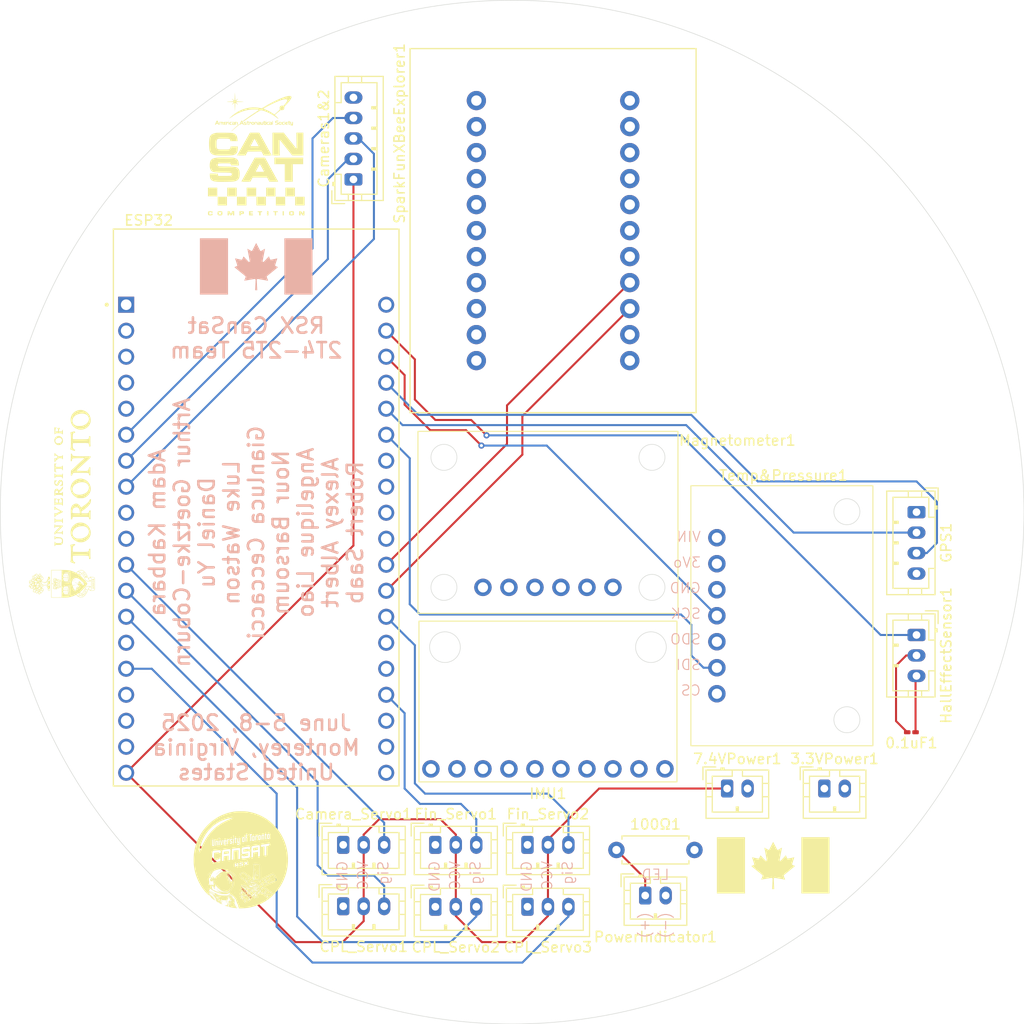
<source format=kicad_pcb>
(kicad_pcb (version 20240108) (generator "pcbnew") (generator_version "8.0")
  (layers (0 "F.Cu" mixed) (1 "In1.Cu" power "PWR") (2 "In2.Cu" power "GND") (31 "B.Cu" signal) (34 "B.Paste" user) (35 "F.Paste" user) (36 "B.SilkS" user "B.Silkscreen") (37 "F.SilkS" user "F.Silkscreen") (38 "B.Mask" user) (39 "F.Mask" user) (44 "Edge.Cuts" user))
  (net 0 "")
  (net 7 "Net-(Cameras1&2-Pin_2)")
  (net 8 "Net-(Cameras1&2-Pin_4)")
  (net 9 "Net-(Cameras1&2-Pin_3)")
  (net 10 "Net-(ESP32-RXD0)")
  (net 13 "Net-(ESP32-IO22)")
  (net 14 "Net-(ESP32-IO23)")
  (net 15 "Net-(ESP32-TXD0)")
  (net 17 "Net-(Camera_Servo1-Pin_3)")
  (net 18 "Net-(CPL_Servo1-Pin_3)")
  (net 20 "Net-(ESP32-IO21)")
  (net 21 "Net-(CPL_Servo2-Pin_3)")
  (net 24 "Net-(CPL_Servo3-Pin_3)")
  (net 26 "Net-(ESP32-IO4)")
  (net 27 "Net-(ESP32-IO15)")
  (net 32 "Net-(3.3VPower1-Pin_1)")
  (net 35 "GND")
  (net 47 "Net-(7.4VPower1-Pin_1)")
  (net 53 "Net-(PowerIndicator1-Pin_1)")
  (net 71 "Net-(ESP32-IO16)")
  (net 72 "Net-(ESP32-IO17)")
  (footprint "Graphics:cansat_logo" (layer "F.Cu") (at 125 65)
    (property "Reference" "G***")
    (property "Value" "LOGO" (hide yes))
  )
  (footprint "Connector_JST:JST_PH_B3B-PH-K_1x03_P2.00mm_Vertical" (layer "F.Cu") (at 133.5 138.5)
    (property "Reference" "CPL_Servo1" (at 2 3.95 0) (layer "F.SilkS"))
    (property "Value" "Conn_01x03_Pin")
    (pad "1" thru_hole roundrect (at 0 0) (size 1.2 1.75) (drill 0.75) (layers "*.Cu" "*.Mask") (roundrect_rratio 0.208333) (net 35 "GND"))
    (pad "2" thru_hole oval (at 2 0) (size 1.2 1.75) (drill 0.75) (layers "*.Cu" "*.Mask") (net 47 "Net-(7.4VPower1-Pin_1)"))
    (pad "3" thru_hole oval (at 4 0) (size 1.2 1.75) (drill 0.75) (layers "*.Cu" "*.Mask") (net 18 "Net-(CPL_Servo1-Pin_3)"))
  )
  (footprint "Custom_Footprints:GY-BNO08x_(BNO085)" (layer "F.Cu") (at 140.9 110.65)
    (property "Reference" "IMU1" (at 12.6 16.85 0) (layer "F.SilkS"))
    (property "Value" "GY-BNO08x_(BNO085)")
    (fp_circle (center 2.54 2.54) (end 4.04 2.54) (stroke (width 0.05)) (fill none) (layer "Edge.Cuts"))
    (fp_circle (center 22.66 2.54) (end 24.16 2.54) (stroke (width 0.05)) (fill none) (layer "Edge.Cuts"))
    (pad "1" thru_hole circle (at 1.17 14.43) (size 1.7 1.7) (drill 1) (layers "*.Cu" "*.Mask"))
    (pad "2" thru_hole circle (at 3.71 14.43) (size 1.7 1.7) (drill 1) (layers "*.Cu" "*.Mask") (net 35 "GND"))
    (pad "3" thru_hole circle (at 6.25 14.43) (size 1.7 1.7) (drill 1) (layers "*.Cu" "*.Mask"))
    (pad "4" thru_hole circle (at 8.79 14.43) (size 1.7 1.7) (drill 1) (layers "*.Cu" "*.Mask"))
    (pad "5" thru_hole circle (at 11.33 14.43) (size 1.7 1.7) (drill 1) (layers "*.Cu" "*.Mask"))
    (pad "6" thru_hole circle (at 13.87 14.43) (size 1.7 1.7) (drill 1) (layers "*.Cu" "*.Mask"))
    (pad "7" thru_hole circle (at 16.41 14.43) (size 1.7 1.7) (drill 1) (layers "*.Cu" "*.Mask"))
    (pad "8" thru_hole circle (at 18.95 14.43) (size 1.7 1.7) (drill 1) (layers "*.Cu" "*.Mask"))
    (pad "9" thru_hole circle (at 21.49 14.43) (size 1.7 1.7) (drill 1) (layers "*.Cu" "*.Mask"))
    (pad "10" thru_hole circle (at 24.03 14.43) (size 1.7 1.7) (drill 1) (layers "*.Cu" "*.Mask"))
  )
  (footprint "Graphics:canada_flag" (layer "F.Cu") (at 175.5 134.5)
    (property "Reference" "G***")
    (property "Value" "LOGO" (hide yes))
  )
  (footprint "WRL-11812:MODULE_WRL-11812" (layer "F.Cu") (at 154 72.5)
    (property "Reference" "SparkFunXBeeExplorer1" (at -15 -9.5 90) (layer "F.SilkS"))
    (property "Value" "WRL-11812")
    (pad "" np_thru_hole circle (at -10.16 -15.24) (size 3.302 3.302) (drill 3.302) (layers "*.Cu" "*.Mask"))
    (pad "" np_thru_hole circle (at -10.16 15.24) (size 3.302 3.302) (drill 3.302) (layers "*.Cu" "*.Mask"))
    (pad "" np_thru_hole circle (at 10.16 -15.24) (size 3.302 3.302) (drill 3.302) (layers "*.Cu" "*.Mask"))
    (pad "" np_thru_hole circle (at 10.16 15.24) (size 3.302 3.302) (drill 3.302) (layers "*.Cu" "*.Mask"))
    (pad "JP5_1" thru_hole circle (at 7.493 -12.7) (size 1.8796 1.8796) (drill 1.016) (layers "*.Cu" "*.Mask") (net 35 "GND"))
    (pad "JP5_2" thru_hole circle (at 7.493 -10.16) (size 1.8796 1.8796) (drill 1.016) (layers "*.Cu" "*.Mask"))
    (pad "JP5_3" thru_hole circle (at 7.493 -7.62) (size 1.8796 1.8796) (drill 1.016) (layers "*.Cu" "*.Mask"))
    (pad "JP5_4" thru_hole circle (at 7.493 -5.08) (size 1.8796 1.8796) (drill 1.016) (layers "*.Cu" "*.Mask"))
    (pad "JP5_5" thru_hole circle (at 7.493 -2.54) (size 1.8796 1.8796) (drill 1.016) (layers "*.Cu" "*.Mask"))
    (pad "JP5_6" thru_hole circle (at 7.493 0) (size 1.8796 1.8796) (drill 1.016) (layers "*.Cu" "*.Mask"))
    (pad "JP5_7" thru_hole circle (at 7.493 2.54) (size 1.8796 1.8796) (drill 1.016) (layers "*.Cu" "*.Mask"))
    (pad "JP5_8" thru_hole circle (at 7.493 5.08) (size 1.8796 1.8796) (drill 1.016) (layers "*.Cu" "*.Mask") (net 72 "Net-(ESP32-IO17)"))
    (pad "JP5_9" thru_hole circle (at 7.493 7.62) (size 1.8796 1.8796) (drill 1.016) (layers "*.Cu" "*.Mask") (net 71 "Net-(ESP32-IO16)"))
    (pad "JP5_10" thru_hole circle (at 7.493 10.16) (size 1.8796 1.8796) (drill 1.016) (layers "*.Cu" "*.Mask") (net 32 "Net-(3.3VPower1-Pin_1)"))
    (pad "JP5_11" thru_hole circle (at 7.493 12.7) (size 1.8796 1.8796) (drill 1.016) (layers "*.Cu" "*.Mask") (net 35 "GND"))
    (pad "JP6_1" thru_hole circle (at -7.493 12.7) (size 1.8796 1.8796) (drill 1.016) (layers "*.Cu" "*.Mask"))
    (pad "JP6_2" thru_hole circle (at -7.493 10.16) (size 1.8796 1.8796) (drill 1.016) (layers "*.Cu" "*.Mask"))
    (pad "JP6_3" thru_hole circle (at -7.493 7.62) (size 1.8796 1.8796) (drill 1.016) (layers "*.Cu" "*.Mask"))
    (pad "JP6_4" thru_hole circle (at -7.493 5.08) (size 1.8796 1.8796) (drill 1.016) (layers "*.Cu" "*.Mask"))
    (pad "JP6_5" thru_hole circle (at -7.493 2.54) (size 1.8796 1.8796) (drill 1.016) (layers "*.Cu" "*.Mask"))
    (pad "JP6_6" thru_hole circle (at -7.493 0) (size 1.8796 1.8796) (drill 1.016) (layers "*.Cu" "*.Mask"))
    (pad "JP6_7" thru_hole circle (at -7.493 -2.54) (size 1.8796 1.8796) (drill 1.016) (layers "*.Cu" "*.Mask"))
    (pad "JP6_8" thru_hole circle (at -7.493 -5.08) (size 1.8796 1.8796) (drill 1.016) (layers "*.Cu" "*.Mask"))
    (pad "JP6_9" thru_hole circle (at -7.493 -7.62) (size 1.8796 1.8796) (drill 1.016) (layers "*.Cu" "*.Mask"))
    (pad "JP6_10" thru_hole circle (at -7.493 -10.16) (size 1.8796 1.8796) (drill 1.016) (layers "*.Cu" "*.Mask"))
    (pad "JP6_11" thru_hole circle (at -7.493 -12.7) (size 1.8796 1.8796) (drill 1.016) (layers "*.Cu" "*.Mask"))
  )
  (footprint "Graphics:uoft_text_2" (layer "F.Cu") (at 107 97.5 90)
    (property "Reference" "G***")
    (property "Value" "LOGO" (hide yes))
  )
  (footprint "ESP32-DEVKITC-32D:MODULE_ESP32-DEVKITC-32D" (layer "F.Cu") (at 125 99.5)
    (property "Reference" "ESP32" (at -10.5 -28 180) (layer "F.SilkS") (effects (font (size 1.000386 1.000386))))
    (property "Value" "ESP32-DEVKITC-32D")
    (pad "J2-1" thru_hole rect (at -12.7 -19.76) (size 1.56 1.56) (drill 1.04) (layers "*.Cu" "*.Mask"))
    (pad "J2-2" thru_hole circle (at -12.7 -17.22) (size 1.56 1.56) (drill 1.04) (layers "*.Cu" "*.Mask"))
    (pad "J2-3" thru_hole circle (at -12.7 -14.68) (size 1.56 1.56) (drill 1.04) (layers "*.Cu" "*.Mask"))
    (pad "J2-4" thru_hole circle (at -12.7 -12.14) (size 1.56 1.56) (drill 1.04) (layers "*.Cu" "*.Mask"))
    (pad "J2-5" thru_hole circle (at -12.7 -9.6) (size 1.56 1.56) (drill 1.04) (layers "*.Cu" "*.Mask"))
    (pad "J2-6" thru_hole circle (at -12.7 -7.06) (size 1.56 1.56) (drill 1.04) (layers "*.Cu" "*.Mask") (net 8 "Net-(Cameras1&2-Pin_4)"))
    (pad "J2-7" thru_hole circle (at -12.7 -4.52) (size 1.56 1.56) (drill 1.04) (layers "*.Cu" "*.Mask") (net 7 "Net-(Cameras1&2-Pin_2)"))
    (pad "J2-8" thru_hole circle (at -12.7 -1.98) (size 1.56 1.56) (drill 1.04) (layers "*.Cu" "*.Mask") (net 9 "Net-(Cameras1&2-Pin_3)"))
    (pad "J2-9" thru_hole circle (at -12.7 0.56) (size 1.56 1.56) (drill 1.04) (layers "*.Cu" "*.Mask"))
    (pad "J2-10" thru_hole circle (at -12.7 3.1) (size 1.56 1.56) (drill 1.04) (layers "*.Cu" "*.Mask"))
    (pad "J2-11" thru_hole circle (at -12.7 5.64) (size 1.56 1.56) (drill 1.04) (layers "*.Cu" "*.Mask") (net 17 "Net-(Camera_Servo1-Pin_3)"))
    (pad "J2-12" thru_hole circle (at -12.7 8.18) (size 1.56 1.56) (drill 1.04) (layers "*.Cu" "*.Mask") (net 18 "Net-(CPL_Servo1-Pin_3)"))
    (pad "J2-13" thru_hole circle (at -12.7 10.72) (size 1.56 1.56) (drill 1.04) (layers "*.Cu" "*.Mask") (net 21 "Net-(CPL_Servo2-Pin_3)"))
    (pad "J2-14" thru_hole circle (at -12.7 13.26) (size 1.56 1.56) (drill 1.04) (layers "*.Cu" "*.Mask") (net 35 "GND"))
    (pad "J2-15" thru_hole circle (at -12.7 15.8) (size 1.56 1.56) (drill 1.04) (layers "*.Cu" "*.Mask") (net 24 "Net-(CPL_Servo3-Pin_3)"))
    (pad "J2-16" thru_hole circle (at -12.7 18.34) (size 1.56 1.56) (drill 1.04) (layers "*.Cu" "*.Mask"))
    (pad "J2-17" thru_hole circle (at -12.7 20.88) (size 1.56 1.56) (drill 1.04) (layers "*.Cu" "*.Mask"))
    (pad "J2-18" thru_hole circle (at -12.7 23.42) (size 1.56 1.56) (drill 1.04) (layers "*.Cu" "*.Mask"))
    (pad "J2-19" thru_hole circle (at -12.7 25.96) (size 1.56 1.56) (drill 1.04) (layers "*.Cu" "*.Mask") (net 47 "Net-(7.4VPower1-Pin_1)"))
    (pad "J3-1" thru_hole circle (at 12.7 -19.76) (size 1.56 1.56) (drill 1.04) (layers "*.Cu" "*.Mask") (net 35 "GND"))
    (pad "J3-2" thru_hole circle (at 12.7 -17.22) (size 1.56 1.56) (drill 1.04) (layers "*.Cu" "*.Mask") (net 14 "Net-(ESP32-IO23)"))
    (pad "J3-3" thru_hole circle (at 12.7 -14.68) (size 1.56 1.56) (drill 1.04) (layers "*.Cu" "*.Mask") (net 13 "Net-(ESP32-IO22)"))
    (pad "J3-4" thru_hole circle (at 12.7 -12.14) (size 1.56 1.56) (drill 1.04) (layers "*.Cu" "*.Mask") (net 15 "Net-(ESP32-TXD0)"))
    (pad "J3-5" thru_hole circle (at 12.7 -9.6) (size 1.56 1.56) (drill 1.04) (layers "*.Cu" "*.Mask") (net 10 "Net-(ESP32-RXD0)"))
    (pad "J3-6" thru_hole circle (at 12.7 -7.06) (size 1.56 1.56) (drill 1.04) (layers "*.Cu" "*.Mask") (net 20 "Net-(ESP32-IO21)"))
    (pad "J3-7" thru_hole circle (at 12.7 -4.52) (size 1.56 1.56) (drill 1.04) (layers "*.Cu" "*.Mask") (net 35 "GND"))
    (pad "J3-8" thru_hole circle (at 12.7 -1.98) (size 1.56 1.56) (drill 1.04) (layers "*.Cu" "*.Mask"))
    (pad "J3-9" thru_hole circle (at 12.7 0.56) (size 1.56 1.56) (drill 1.04) (layers "*.Cu" "*.Mask"))
    (pad "J3-10" thru_hole circle (at 12.7 3.1) (size 1.56 1.56) (drill 1.04) (layers "*.Cu" "*.Mask"))
    (pad "J3-11" thru_hole circle (at 12.7 5.64) (size 1.56 1.56) (drill 1.04) (layers "*.Cu" "*.Mask") (net 72 "Net-(ESP32-IO17)"))
    (pad "J3-12" thru_hole circle (at 12.7 8.18) (size 1.56 1.56) (drill 1.04) (layers "*.Cu" "*.Mask") (net 71 "Net-(ESP32-IO16)"))
    (pad "J3-13" thru_hole circle (at 12.7 10.72) (size 1.56 1.56) (drill 1.04) (layers "*.Cu" "*.Mask") (net 26 "Net-(ESP32-IO4)"))
    (pad "J3-14" thru_hole circle (at 12.7 13.26) (size 1.56 1.56) (drill 1.04) (layers "*.Cu" "*.Mask"))
    (pad "J3-15" thru_hole circle (at 12.7 15.8) (size 1.56 1.56) (drill 1.04) (layers "*.Cu" "*.Mask"))
    (pad "J3-16" thru_hole circle (at 12.7 18.34) (size 1.56 1.56) (drill 1.04) (layers "*.Cu" "*.Mask") (net 27 "Net-(ESP32-IO15)"))
    (pad "J3-17" thru_hole circle (at 12.7 20.88) (size 1.56 1.56) (drill 1.04) (layers "*.Cu" "*.Mask"))
    (pad "J3-18" thru_hole circle (at 12.7 23.42) (size 1.56 1.56) (drill 1.04) (layers "*.Cu" "*.Mask"))
    (pad "J3-19" thru_hole circle (at 12.7 25.96) (size 1.56 1.56) (drill 1.04) (layers "*.Cu" "*.Mask"))
  )
  (footprint "Custom_Footprints:Adafruit_BME280_STEMMA_QT" (layer "F.Cu") (at 167.46 97.42)
    (property "Reference" "Temp&Pressure1" (at 9.04 -1 0) (layer "F.SilkS"))
    (property "Value" "Adafruit_BME280_STEMMA_QT")
    (fp_circle (center 15.24 2.54) (end 16.51 2.54) (stroke (width 0.05)) (fill none) (layer "Edge.Cuts"))
    (fp_circle (center 15.24 22.86) (end 16.51 22.86) (stroke (width 0.05)) (fill none) (layer "Edge.Cuts"))
    (pad "1" thru_hole circle (at 2.54 5.08) (size 1.7 1.7) (drill 1) (layers "*.Cu" "*.Mask") (net 32 "Net-(3.3VPower1-Pin_1)"))
    (pad "2" thru_hole circle (at 2.54 7.62) (size 1.7 1.7) (drill 1) (layers "*.Cu" "*.Mask"))
    (pad "3" thru_hole circle (at 2.54 10.16) (size 1.7 1.7) (drill 1) (layers "*.Cu" "*.Mask") (net 35 "GND"))
    (pad "4" thru_hole circle (at 2.54 12.7) (size 1.7 1.7) (drill 1) (layers "*.Cu" "*.Mask") (net 13 "Net-(ESP32-IO22)"))
    (pad "5" thru_hole circle (at 2.54 15.24) (size 1.7 1.7) (drill 1) (layers "*.Cu" "*.Mask"))
    (pad "6" thru_hole circle (at 2.54 17.78) (size 1.7 1.7) (drill 1) (layers "*.Cu" "*.Mask") (net 20 "Net-(ESP32-IO21)"))
    (pad "7" thru_hole circle (at 2.54 20.32) (size 1.7 1.7) (drill 1) (layers "*.Cu" "*.Mask"))
  )
  (footprint "Connector_JST:JST_PH_B3B-PH-K_1x03_P2.00mm_Vertical" (layer "F.Cu") (at 133.5 132.5)
    (property "Reference" "Camera_Servo1" (at 1 -3 0) (layer "F.SilkS"))
    (property "Value" "Conn_01x03_Pin")
    (pad "1" thru_hole roundrect (at 0 0) (size 1.2 1.75) (drill 0.75) (layers "*.Cu" "*.Mask") (roundrect_rratio 0.208333) (net 35 "GND"))
    (pad "2" thru_hole oval (at 2 0) (size 1.2 1.75) (drill 0.75) (layers "*.Cu" "*.Mask") (net 47 "Net-(7.4VPower1-Pin_1)"))
    (pad "3" thru_hole oval (at 4 0) (size 1.2 1.75) (drill 0.75) (layers "*.Cu" "*.Mask") (net 17 "Net-(Camera_Servo1-Pin_3)"))
  )
  (footprint "Capacitor_SMD:C_0201_0603Metric_Pad0.64x0.40mm_HandSolder" (layer "F.Cu") (at 189 121.5 180)
    (property "Reference" "0.1uF1" (at 0 -1.05 0) (layer "F.SilkS"))
    (property "Value" "C")
    (pad "1" smd roundrect (at -0.4075 0 180) (size 0.635 0.4) (layers "F.Cu" "F.Mask") (net 32 "Net-(3.3VPower1-Pin_1)"))
    (pad "2" smd roundrect (at 0.4075 0 180) (size 0.635 0.4) (layers "F.Cu" "F.Mask") (net 35 "GND"))
  )
  (footprint "Connector_JST:JST_PH_B4B-PH-K_1x04_P2.00mm_Vertical" (layer "F.Cu") (at 189.5 100 -90)
    (property "Reference" "GPS1" (at 3 -2.9 90) (layer "F.SilkS"))
    (property "Value" "Conn_01x04_Pin")
    (pad "1" thru_hole roundrect (at 0 0 270) (size 1.2 1.75) (drill 0.75) (layers "*.Cu" "*.Mask") (roundrect_rratio 0.208333) (net 35 "GND"))
    (pad "2" thru_hole oval (at 2 0 270) (size 1.2 1.75) (drill 0.75) (layers "*.Cu" "*.Mask") (net 10 "Net-(ESP32-RXD0)"))
    (pad "3" thru_hole oval (at 4 0 270) (size 1.2 1.75) (drill 0.75) (layers "*.Cu" "*.Mask") (net 15 "Net-(ESP32-TXD0)"))
    (pad "4" thru_hole oval (at 6 0 270) (size 1.2 1.75) (drill 0.75) (layers "*.Cu" "*.Mask") (net 32 "Net-(3.3VPower1-Pin_1)"))
  )
  (footprint "Connector_JST:JST_PH_B3B-PH-K_1x03_P2.00mm_Vertical" (layer "F.Cu") (at 151.5 138.55)
    (property "Reference" "CPL_Servo3" (at 2 3.95 0) (layer "F.SilkS"))
    (property "Value" "Conn_01x03_Pin")
    (pad "1" thru_hole roundrect (at 0 0) (size 1.2 1.75) (drill 0.75) (layers "*.Cu" "*.Mask") (roundrect_rratio 0.208333) (net 35 "GND"))
    (pad "2" thru_hole oval (at 2 0) (size 1.2 1.75) (drill 0.75) (layers "*.Cu" "*.Mask") (net 47 "Net-(7.4VPower1-Pin_1)"))
    (pad "3" thru_hole oval (at 4 0) (size 1.2 1.75) (drill 0.75) (layers "*.Cu" "*.Mask") (net 24 "Net-(CPL_Servo3-Pin_3)"))
  )
  (footprint "Connector_JST:JST_PH_B2B-PH-K_1x02_P2.00mm_Vertical" (layer "F.Cu") (at 171 127)
    (property "Reference" "7.4VPower1" (at 1 -2.9 0) (layer "F.SilkS"))
    (property "Value" "Conn_01x02_Pin")
    (pad "1" thru_hole roundrect (at 0 0) (size 1.2 1.75) (drill 0.75) (layers "*.Cu" "*.Mask") (roundrect_rratio 0.208333) (net 47 "Net-(7.4VPower1-Pin_1)"))
    (pad "2" thru_hole oval (at 2 0) (size 1.2 1.75) (drill 0.75) (layers "*.Cu" "*.Mask") (net 35 "GND"))
  )
  (footprint "Connector_JST:JST_PH_B2B-PH-K_1x02_P2.00mm_Vertical" (layer "F.Cu") (at 180.5 127)
    (property "Reference" "3.3VPower1" (at 1 -2.9 0) (layer "F.SilkS"))
    (property "Value" "Conn_01x02_Pin")
    (pad "1" thru_hole roundrect (at 0 0) (size 1.2 1.75) (drill 0.75) (layers "*.Cu" "*.Mask") (roundrect_rratio 0.208333) (net 32 "Net-(3.3VPower1-Pin_1)"))
    (pad "2" thru_hole oval (at 2 0) (size 1.2 1.75) (drill 0.75) (layers "*.Cu" "*.Mask") (net 35 "GND"))
  )
  (footprint "Connector_JST:JST_PH_B5B-PH-K_1x05_P2.00mm_Vertical" (layer "F.Cu") (at 134.5 67.5 90)
    (property "Reference" "Cameras1&2" (at 4 -2.9 90) (layer "F.SilkS"))
    (property "Value" "Conn_01x05_Pin")
    (pad "1" thru_hole roundrect (at 0 0 90) (size 1.2 1.75) (drill 0.75) (layers "*.Cu" "*.Mask") (roundrect_rratio 0.208333) (net 47 "Net-(7.4VPower1-Pin_1)"))
    (pad "2" thru_hole oval (at 2 0 90) (size 1.2 1.75) (drill 0.75) (layers "*.Cu" "*.Mask") (net 7 "Net-(Cameras1&2-Pin_2)"))
    (pad "3" thru_hole oval (at 4 0 90) (size 1.2 1.75) (drill 0.75) (layers "*.Cu" "*.Mask") (net 9 "Net-(Cameras1&2-Pin_3)"))
    (pad "4" thru_hole oval (at 6 0 90) (size 1.2 1.75) (drill 0.75) (layers "*.Cu" "*.Mask") (net 8 "Net-(Cameras1&2-Pin_4)"))
    (pad "5" thru_hole oval (at 8 0 90) (size 1.2 1.75) (drill 0.75) (layers "*.Cu" "*.Mask") (net 35 "GND"))
  )
  (footprint "Custom_Footprints:Adafruit_LIS3MDL" (layer "F.Cu") (at 140.8 92.11)
    (property "Reference" "Magnetometer1" (at 31.2 0.89 0) (layer "F.SilkS"))
    (property "Value" "Adafruit_LIS3MDL")
    (fp_circle (center 2.54 2.54) (end 3.81 2.54) (stroke (width 0.05)) (fill none) (layer "Edge.Cuts"))
    (fp_circle (center 2.54 15.24) (end 3.81 15.24) (stroke (width 0.05)) (fill none) (layer "Edge.Cuts"))
    (fp_circle (center 22.86 2.54) (end 24.13 2.54) (stroke (width 0.05)) (fill none) (layer "Edge.Cuts"))
    (fp_circle (center 22.86 15.24) (end 24.13 15.24) (stroke (width 0.05)) (fill none) (layer "Edge.Cuts"))
    (pad "1" thru_hole circle (at 6.35 15.24) (size 1.7 1.7) (drill 1) (layers "*.Cu" "*.Mask"))
    (pad "2" thru_hole circle (at 8.89 15.24) (size 1.7 1.7) (drill 1) (layers "*.Cu" "*.Mask"))
    (pad "3" thru_hole circle (at 11.43 15.24) (size 1.7 1.7) (drill 1) (layers "*.Cu" "*.Mask") (net 35 "GND"))
    (pad "4" thru_hole circle (at 13.97 15.24) (size 1.7 1.7) (drill 1) (layers "*.Cu" "*.Mask"))
    (pad "5" thru_hole circle (at 16.51 15.24) (size 1.7 1.7) (drill 1) (layers "*.Cu" "*.Mask"))
    (pad "6" thru_hole circle (at 19.05 15.24) (size 1.7 1.7) (drill 1) (layers "*.Cu" "*.Mask"))
  )
  (footprint "Connector_JST:JST_PH_B3B-PH-K_1x03_P2.00mm_Vertical" (layer "F.Cu") (at 142.5 138.55)
    (property "Reference" "CPL_Servo2" (at 2 3.95 0) (layer "F.SilkS"))
    (property "Value" "Conn_01x03_Pin")
    (pad "1" thru_hole roundrect (at 0 0) (size 1.2 1.75) (drill 0.75) (layers "*.Cu" "*.Mask") (roundrect_rratio 0.208333) (net 35 "GND"))
    (pad "2" thru_hole oval (at 2 0) (size 1.2 1.75) (drill 0.75) (layers "*.Cu" "*.Mask") (net 47 "Net-(7.4VPower1-Pin_1)"))
    (pad "3" thru_hole oval (at 4 0) (size 1.2 1.75) (drill 0.75) (layers "*.Cu" "*.Mask") (net 21 "Net-(CPL_Servo2-Pin_3)"))
  )
  (footprint "Resistor_THT:R_Axial_DIN0207_L6.3mm_D2.5mm_P7.62mm_Horizontal" (layer "F.Cu") (at 167.81 133 180)
    (property "Reference" "100Ω1" (at 3.81 2.5 360) (layer "F.SilkS"))
    (property "Value" "R")
    (pad "1" thru_hole circle (at 0 0 180) (size 1.6 1.6) (drill 0.8) (layers "*.Cu" "*.Mask") (net 32 "Net-(3.3VPower1-Pin_1)"))
    (pad "2" thru_hole oval (at 7.62 0 180) (size 1.6 1.6) (drill 0.8) (layers "*.Cu" "*.Mask") (net 53 "Net-(PowerIndicator1-Pin_1)"))
  )
  (footprint "Connector_JST:JST_PH_B3B-PH-K_1x03_P2.00mm_Vertical" (layer "F.Cu") (at 189.5 112 -90)
    (property "Reference" "HallEffectSensor1" (at 2 -2.9 90) (layer "F.SilkS"))
    (property "Value" "Conn_01x03_Pin")
    (pad "1" thru_hole roundrect (at 0 0 270) (size 1.2 1.75) (drill 0.75) (layers "*.Cu" "*.Mask") (roundrect_rratio 0.208333) (net 14 "Net-(ESP32-IO23)"))
    (pad "2" thru_hole oval (at 2 0 270) (size 1.2 1.75) (drill 0.75) (layers "*.Cu" "*.Mask") (net 35 "GND"))
    (pad "3" thru_hole oval (at 4 0 270) (size 1.2 1.75) (drill 0.75) (layers "*.Cu" "*.Mask") (net 32 "Net-(3.3VPower1-Pin_1)"))
  )
  (footprint "Connector_JST:JST_PH_B3B-PH-K_1x03_P2.00mm_Vertical" (layer "F.Cu") (at 142.5 132.5)
    (property "Reference" "Fin_Servo1" (at 2 -3 0) (layer "F.SilkS"))
    (property "Value" "Conn_01x03_Pin")
    (pad "1" thru_hole roundrect (at 0 0) (size 1.2 1.75) (drill 0.75) (layers "*.Cu" "*.Mask") (roundrect_rratio 0.208333) (net 35 "GND"))
    (pad "2" thru_hole oval (at 2 0) (size 1.2 1.75) (drill 0.75) (layers "*.Cu" "*.Mask") (net 47 "Net-(7.4VPower1-Pin_1)"))
    (pad "3" thru_hole oval (at 4 0) (size 1.2 1.75) (drill 0.75) (layers "*.Cu" "*.Mask") (net 27 "Net-(ESP32-IO15)"))
  )
  (footprint "Connector_JST:JST_PH_B2B-PH-K_1x02_P2.00mm_Vertical" (layer "F.Cu") (at 163 137.45)
    (property "Reference" "PowerIndicator1" (at 1 4.05 0) (layer "F.SilkS"))
    (property "Value" "Conn_01x02_Pin")
    (pad "1" thru_hole roundrect (at 0 0) (size 1.2 1.75) (drill 0.75) (layers "*.Cu" "*.Mask") (roundrect_rratio 0.208333) (net 53 "Net-(PowerIndicator1-Pin_1)"))
    (pad "2" thru_hole oval (at 2 0) (size 1.2 1.75) (drill 0.75) (layers "*.Cu" "*.Mask") (net 35 "GND"))
  )
  (footprint "Graphics:uoft_coat_of_arms_2" (layer "F.Cu") (at 106 107 90)
    (property "Reference" "G***")
    (property "Value" "LOGO" (hide yes))
  )
  (footprint "Connector_JST:JST_PH_B3B-PH-K_1x03_P2.00mm_Vertical" (layer "F.Cu") (at 151.5 132.5)
    (property "Reference" "Fin_Servo2" (at 2 -3 0) (layer "F.SilkS"))
    (property "Value" "Conn_01x03_Pin")
    (pad "1" thru_hole roundrect (at 0 0) (size 1.2 1.75) (drill 0.75) (layers "*.Cu" "*.Mask") (roundrect_rratio 0.208333) (net 35 "GND"))
    (pad "2" thru_hole oval (at 2 0) (size 1.2 1.75) (drill 0.75) (layers "*.Cu" "*.Mask") (net 47 "Net-(7.4VPower1-Pin_1)"))
    (pad "3" thru_hole oval (at 4 0) (size 1.2 1.75) (drill 0.75) (layers "*.Cu" "*.Mask") (net 26 "Net-(ESP32-IO4)"))
  )
  (footprint "Graphics:rsx_logo" (layer "F.Cu") (at 123.5 134)
    (property "Reference" "G***")
    (property "Value" "LOGO" (hide yes))
  )
  (footprint "Graphics:canada_flag" (layer "B.Cu") (at 125 76 180)
    (property "Reference" "G***")
    (property "Value" "LOGO" (hide yes))
  )
  (gr_circle (center 150 100) (end 200 100) (stroke (width 0.05)) (fill none) (layer "Edge.Cuts"))
  (gr_text "GND" (at 168.5 108 -0) (layer "B.SilkS") (effects (font (size 1 1) (thickness 0.1)) (justify left bottom mirror)))
  (gr_text "CS" (at 168.5 118 -0) (layer "B.SilkS") (effects (font (size 1 1) (thickness 0.1)) (justify left bottom mirror)))
  (gr_text "RSX CanSat\n2T4-2T5 Team" (at 125 83 0) (layer "B.SilkS") (effects (font (size 1.5 1.5) (thickness 0.25) (bold yes)) (justify mirror)))
  (gr_text "GND" (at 143 134 90) (layer "B.SilkS") (effects (font (size 1 1) (thickness 0.1)) (justify left bottom mirror)))
  (gr_text "VIN" (at 168.5 103 0) (layer "B.SilkS") (effects (font (size 1 1) (thickness 0.1)) (justify left bottom mirror)))
  (gr_text "GND" (at 152 134 90) (layer "B.SilkS") (effects (font (size 1 1) (thickness 0.1)) (justify left bottom mirror)))
  (gr_text "LED" (at 164 136 0) (layer "B.SilkS") (effects (font (size 1 1) (thickness 0.1)) (justify bottom mirror)))
  (gr_text "(-)" (at 165.5 139 90) (layer "B.SilkS") (effects (font (size 1 1) (thickness 0.1)) (justify left bottom mirror)))
  (gr_text "SDO" (at 168.5 113 -0) (layer "B.SilkS") (effects (font (size 1 1) (thickness 0.1)) (justify left bottom mirror)))
  (gr_text "Sig" (at 147 134 90) (layer "B.SilkS") (effects (font (size 1 1) (thickness 0.1)) (justify left bottom mirror)))
  (gr_text "Adam Kabbara\nArthur Goetzke-Coburn\nDaniel Yu\nLuke Watson\nGianluca Ceccacci\nNour Barsoum\nAngelique Liao\nAlexey Albert\nRobert Saab" (at 125 102 90) (layer "B.SilkS") (effects (font (size 1.5 1.5) (thickness 0.25) (bold yes)) (justify mirror)))
  (gr_text "GND" (at 134 134 90) (layer "B.SilkS") (effects (font (size 1 1) (thickness 0.1)) (justify left bottom mirror)))
  (gr_text "June 5-8, 2025\nMonterey, Virginia\nUnited States" (at 125 123 0) (layer "B.SilkS") (effects (font (size 1.5 1.5) (thickness 0.25) (bold yes)) (justify mirror)))
  (gr_text "3Vo" (at 168.5 105.5 -0) (layer "B.SilkS") (effects (font (size 1 1) (thickness 0.1)) (justify left bottom mirror)))
  (gr_text "Sig" (at 138 134 90) (layer "B.SilkS") (effects (font (size 1 1) (thickness 0.1)) (justify left bottom mirror)))
  (gr_text "VCC" (at 154 134 90) (layer "B.SilkS") (effects (font (size 1 1) (thickness 0.1)) (justify left bottom mirror)))
  (gr_text "SCK" (at 168.5 110.5 -0) (layer "B.SilkS") (effects (font (size 1 1) (thickness 0.1)) (justify left bottom mirror)))
  (gr_text "VCC" (at 136 134 90) (layer "B.SilkS") (effects (font (size 1 1) (thickness 0.1)) (justify left bottom mirror)))
  (gr_text "SDI" (at 168.5 115.5 -0) (layer "B.SilkS") (effects (font (size 1 1) (thickness 0.1)) (justify left bottom mirror)))
  (gr_text "VCC" (at 145 134 90) (layer "B.SilkS") (effects (font (size 1 1) (thickness 0.1)) (justify left bottom mirror)))
  (gr_text "(+)" (at 163.5 139 90) (layer "B.SilkS") (effects (font (size 1 1) (thickness 0.1)) (justify left bottom mirror)))
  (gr_text "Sig" (at 156 134 90) (layer "B.SilkS") (effects (font (size 1 1) (thickness 0.1)) (justify left bottom mirror)))
  (segment (start 112.3 94.98) (end 132 75.28) (width 0.2) (layer "B.Cu") (net 7))
  (segment (start 132 67.5) (end 134 65.5) (width 0.2) (layer "B.Cu") (net 7))
  (segment (start 134 65.5) (end 134.5 65.5) (width 0.2) (layer "B.Cu") (net 7))
  (segment (start 132 75.28) (end 132 67.5) (width 0.2) (layer "B.Cu") (net 7))
  (segment (start 132.5 61.5) (end 134.5 61.5) (width 0.2) (layer "B.Cu") (net 8))
  (segment (start 130.5 74.24) (end 130.5 63.5) (width 0.2) (layer "B.Cu") (net 8))
  (segment (start 130.5 63.5) (end 132.5 61.5) (width 0.2) (layer "B.Cu") (net 8))
  (segment (start 112.3 92.44) (end 130.5 74.24) (width 0.2) (layer "B.Cu") (net 8))
  (segment (start 135 63.5) (end 136.5 65) (width 0.2) (layer "B.Cu") (net 9))
  (segment (start 136.5 65) (end 136.5 73.32) (width 0.2) (layer "B.Cu") (net 9))
  (segment (start 136.5 73.32) (end 112.3 97.52) (width 0.2) (layer "B.Cu") (net 9))
  (segment (start 134.5 63.5) (end 135 63.5) (width 0.2) (layer "B.Cu") (net 9))
  (segment (start 189.5 102) (end 177.5 102) (width 0.2) (layer "B.Cu") (net 10))
  (segment (start 167 91.5) (end 139.3 91.5) (width 0.2) (layer "B.Cu") (net 10))
  (segment (start 190.05 102) (end 189.55 102) (width 0.2) (layer "B.Cu") (net 10))
  (segment (start 177.5 102) (end 167 91.5) (width 0.2) (layer "B.Cu") (net 10))
  (segment (start 139.3 91.5) (end 137.7 89.9) (width 0.2) (layer "B.Cu") (net 10))
  (segment (start 142 92) (end 139.5 89.5) (width 0.2) (layer "F.Cu") (net 13))
  (segment (start 139.5 89.5) (end 139.5 86.62) (width 0.2) (layer "F.Cu") (net 13))
  (segment (start 147 93.5) (end 145.5 92) (width 0.2) (layer "F.Cu") (net 13))
  (segment (start 145.5 92) (end 142 92) (width 0.2) (layer "F.Cu") (net 13))
  (segment (start 139.5 86.62) (end 137.7 84.82) (width 0.2) (layer "F.Cu") (net 13))
  (via (at 147 93.5) (size 0.6) (drill 0.3) (layers "F.Cu" "B.Cu") (net 13))
  (segment (start 147 93.5) (end 153 93.5) (width 0.2) (layer "B.Cu") (net 13))
  (segment (start 170 110.12) (end 153.38 93.5) (width 0.2) (layer "B.Cu") (net 13))
  (segment (start 153.38 93.5) (end 153 93.5) (width 0.2) (layer "B.Cu") (net 13))
  (segment (start 147.5 92.5) (end 146 91) (width 0.2) (layer "F.Cu") (net 14))
  (segment (start 140.5 89) (end 140.5 85.08) (width 0.2) (layer "F.Cu") (net 14))
  (segment (start 146 91) (end 142.5 91) (width 0.2) (layer "F.Cu") (net 14))
  (segment (start 142.5 91) (end 140.5 89) (width 0.2) (layer "F.Cu") (net 14))
  (segment (start 140.5 85.08) (end 137.7 82.28) (width 0.2) (layer "F.Cu") (net 14))
  (via (at 147.5 92.5) (size 0.6) (drill 0.3) (layers "F.Cu" "B.Cu") (net 14))
  (segment (start 166.5 92.5) (end 186 112) (width 0.2) (layer "B.Cu") (net 14))
  (segment (start 186 112) (end 189.5 112) (width 0.2) (layer "B.Cu") (net 14))
  (segment (start 147.5 92.5) (end 166.5 92.5) (width 0.2) (layer "B.Cu") (net 14))
  (segment (start 191.5 99) (end 189.5 97) (width 0.2) (layer "B.Cu") (net 15))
  (segment (start 174 97) (end 167.5 90.5) (width 0.2) (layer "B.Cu") (net 15))
  (segment (start 189.5 104) (end 190.5 104) (width 0.2) (layer "B.Cu") (net 15))
  (segment (start 189.5 97) (end 174 97) (width 0.2) (layer "B.Cu") (net 15))
  (segment (start 190.5 104) (end 191.5 103) (width 0.2) (layer "B.Cu") (net 15))
  (segment (start 191.5 103) (end 191.5 99) (width 0.2) (layer "B.Cu") (net 15))
  (segment (start 140.84 90.5) (end 137.7 87.36) (width 0.2) (layer "B.Cu") (net 15))
  (segment (start 167.5 90.5) (end 140.84 90.5) (width 0.2) (layer "B.Cu") (net 15))
  (segment (start 137.5 130.34) (end 112.3 105.14) (width 0.2) (layer "B.Cu") (net 17))
  (segment (start 137.5 132.5) (end 137.5 130.34) (width 0.2) (layer "B.Cu") (net 17))
  (segment (start 131 126.38) (end 112.3 107.68) (width 0.2) (layer "B.Cu") (net 18))
  (segment (start 132 135.5) (end 131 134.5) (width 0.2) (layer "B.Cu") (net 18))
  (segment (start 131 134.5) (end 131 126.38) (width 0.2) (layer "B.Cu") (net 18))
  (segment (start 137.5 136.5) (end 136.5 135.5) (width 0.2) (layer "B.Cu") (net 18))
  (segment (start 137.5 138.5) (end 137.5 136.5) (width 0.2) (layer "B.Cu") (net 18))
  (segment (start 136.5 135.5) (end 132 135.5) (width 0.2) (layer "B.Cu") (net 18))
  (segment (start 140 94.74) (end 140 109) (width 0.2) (layer "B.Cu") (net 20))
  (segment (start 168.7 115.2) (end 170 115.2) (width 0.2) (layer "B.Cu") (net 20))
  (segment (start 167.5 114) (end 168.7 115.2) (width 0.2) (layer "B.Cu") (net 20))
  (segment (start 166.5 110) (end 167.5 111) (width 0.2) (layer "B.Cu") (net 20))
  (segment (start 141 110) (end 166.5 110) (width 0.2) (layer "B.Cu") (net 20))
  (segment (start 137.7 92.44) (end 140 94.74) (width 0.2) (layer "B.Cu") (net 20))
  (segment (start 167.5 111) (end 167.5 114) (width 0.2) (layer "B.Cu") (net 20))
  (segment (start 140 109) (end 141 110) (width 0.2) (layer "B.Cu") (net 20))
  (segment (start 129 139.5) (end 129 126.92) (width 0.2) (layer "B.Cu") (net 21))
  (segment (start 146.5 139.5) (end 144 142) (width 0.2) (layer "B.Cu") (net 21))
  (segment (start 131.5 142) (end 129 139.5) (width 0.2) (layer "B.Cu") (net 21))
  (segment (start 129 126.92) (end 112.3 110.22) (width 0.2) (layer "B.Cu") (net 21))
  (segment (start 146.5 138.55) (end 146.5 139.5) (width 0.2) (layer "B.Cu") (net 21))
  (segment (start 144 142) (end 131.5 142) (width 0.2) (layer "B.Cu") (net 21))
  (segment (start 155.5 139.5) (end 151 144) (width 0.2) (layer "B.Cu") (net 24))
  (segment (start 127 127.5) (end 114.8 115.3) (width 0.2) (layer "B.Cu") (net 24))
  (segment (start 151 144) (end 130.5 144) (width 0.2) (layer "B.Cu") (net 24))
  (segment (start 155.5 138.55) (end 155.5 139.5) (width 0.2) (layer "B.Cu") (net 24))
  (segment (start 114.8 115.3) (end 112.3 115.3) (width 0.2) (layer "B.Cu") (net 24))
  (segment (start 127 140.5) (end 127 127.5) (width 0.2) (layer "B.Cu") (net 24))
  (segment (start 130.5 144) (end 127 140.5) (width 0.2) (layer "B.Cu") (net 24))
  (segment (start 155.5 132.5) (end 155.5 129.5) (width 0.2) (layer "B.Cu") (net 26))
  (segment (start 139.98 112.5) (end 137.7 110.22) (width 0.2) (layer "B.Cu") (net 26))
  (segment (start 141.5 127.5) (end 140.5 126.5) (width 0.2) (layer "B.Cu") (net 26))
  (segment (start 140.5 113) (end 140 112.5) (width 0.2) (layer "B.Cu") (net 26))
  (segment (start 140.5 126.5) (end 140.5 113) (width 0.2) (layer "B.Cu") (net 26))
  (segment (start 153.5 127.5) (end 141.5 127.5) (width 0.2) (layer "B.Cu") (net 26))
  (segment (start 140 112.5) (end 139.98 112.5) (width 0.2) (layer "B.Cu") (net 26))
  (segment (start 155.5 129.5) (end 153.5 127.5) (width 0.2) (layer "B.Cu") (net 26))
  (segment (start 146.5 132.5) (end 146.5 130) (width 0.2) (layer "B.Cu") (net 27))
  (segment (start 141 128.5) (end 139.5 127) (width 0.2) (layer "B.Cu") (net 27))
  (segment (start 145 128.5) (end 141 128.5) (width 0.2) (layer "B.Cu") (net 27))
  (segment (start 139.5 119.64) (end 137.7 117.84) (width 0.2) (layer "B.Cu") (net 27))
  (segment (start 139.5 127) (end 139.5 119.64) (width 0.2) (layer "B.Cu") (net 27))
  (segment (start 146.5 130) (end 145 128.5) (width 0.2) (layer "B.Cu") (net 27))
  (segment (start 189.4075 121.5) (end 189.4075 116.0925) (width 0.2) (layer "F.Cu") (net 32))
  (segment (start 189.4075 116.0925) (end 189.5 116) (width 0.2) (layer "F.Cu") (net 32))
  (segment (start 187.5 115) (end 188.5 114) (width 0.2) (layer "F.Cu") (net 35))
  (segment (start 188.5925 121.5) (end 187.5 120.4075) (width 0.2) (layer "F.Cu") (net 35))
  (segment (start 188.5 114) (end 189.5 114) (width 0.2) (layer "F.Cu") (net 35))
  (segment (start 187.5 120.4075) (end 187.5 115) (width 0.2) (layer "F.Cu") (net 35))
  (segment (start 133.45 142) (end 128.84 142) (width 0.2) (layer "F.Cu") (net 47))
  (segment (start 135.5 131.5) (end 135.5 132.5) (width 0.2) (layer "F.Cu") (net 47))
  (segment (start 153.5 138.5) (end 153.5 139.45) (width 0.2) (layer "F.Cu") (net 47))
  (segment (start 133.5 141.95) (end 133.45 142) (width 0.2) (layer "F.Cu") (net 47))
  (segment (start 137 130) (end 135.5 131.5) (width 0.2) (layer "F.Cu") (net 47))
  (segment (start 153.5 139.45) (end 150.95 142) (width 0.2) (layer "F.Cu") (net 47))
  (segment (start 134.5 103.26) (end 134.5 67.5) (width 0.2) (layer "F.Cu") (net 47))
  (segment (start 135.5 132.5) (end 135.5 138.5) (width 0.2) (layer "F.Cu") (net 47))
  (segment (start 158.5 127) (end 171 127) (width 0.2) (layer "F.Cu") (net 47))
  (segment (start 144.5 131.5) (end 143 130) (width 0.2) (layer "F.Cu") (net 47))
  (segment (start 144.5 132.55) (end 144.5 138.5) (width 0.2) (layer "F.Cu") (net 47))
  (segment (start 153.5 132.55) (end 153.5 138.5) (width 0.2) (layer "F.Cu") (net 47))
  (segment (start 112.3 125.46) (end 134.5 103.26) (width 0.2) (layer "F.Cu") (net 47))
  (segment (start 150.95 142) (end 147.05 142) (width 0.2) (layer "F.Cu") (net 47))
  (segment (start 158.5 127) (end 153.5 132) (width 0.2) (layer "F.Cu") (net 47))
  (segment (start 144.5 139.45) (end 144.5 138.5) (width 0.2) (layer "F.Cu") (net 47))
  (segment (start 135.5 138.5) (end 135.5 139.95) (width 0.2) (layer "F.Cu") (net 47))
  (segment (start 128.84 142) (end 112.3 125.46) (width 0.2) (layer "F.Cu") (net 47))
  (segment (start 147.05 142) (end 147 141.95) (width 0.2) (layer "F.Cu") (net 47))
  (segment (start 147 141.95) (end 144.5 139.45) (width 0.2) (layer "F.Cu") (net 47))
  (segment (start 143 130) (end 137 130) (width 0.2) (layer "F.Cu") (net 47))
  (segment (start 135.5 139.95) (end 133.5 141.95) (width 0.2) (layer "F.Cu") (net 47))
  (segment (start 144.5 132.55) (end 144.5 131.5) (width 0.2) (layer "F.Cu") (net 47))
  (segment (start 163 135.81) (end 160.19 133) (width 0.2) (layer "F.Cu") (net 53))
  (segment (start 163 137.45) (end 163 135.81) (width 0.2) (layer "F.Cu") (net 53))
  (segment (start 151 94.38) (end 137.7 107.68) (width 0.2) (layer "F.Cu") (net 71))
  (segment (start 161.493 80.12) (end 151 90.613) (width 0.2) (layer "F.Cu") (net 71))
  (segment (start 151 90.613) (end 151 94.38) (width 0.2) (layer "F.Cu") (net 71))
  (segment (start 149.5 89.573) (end 149.5 93.34) (width 0.2) (layer "F.Cu") (net 72))
  (segment (start 149.5 93.34) (end 137.7 105.14) (width 0.2) (layer "F.Cu") (net 72))
  (segment (start 161.493 77.58) (end 149.5 89.573) (width 0.2) (layer "F.Cu") (net 72))
)
</source>
